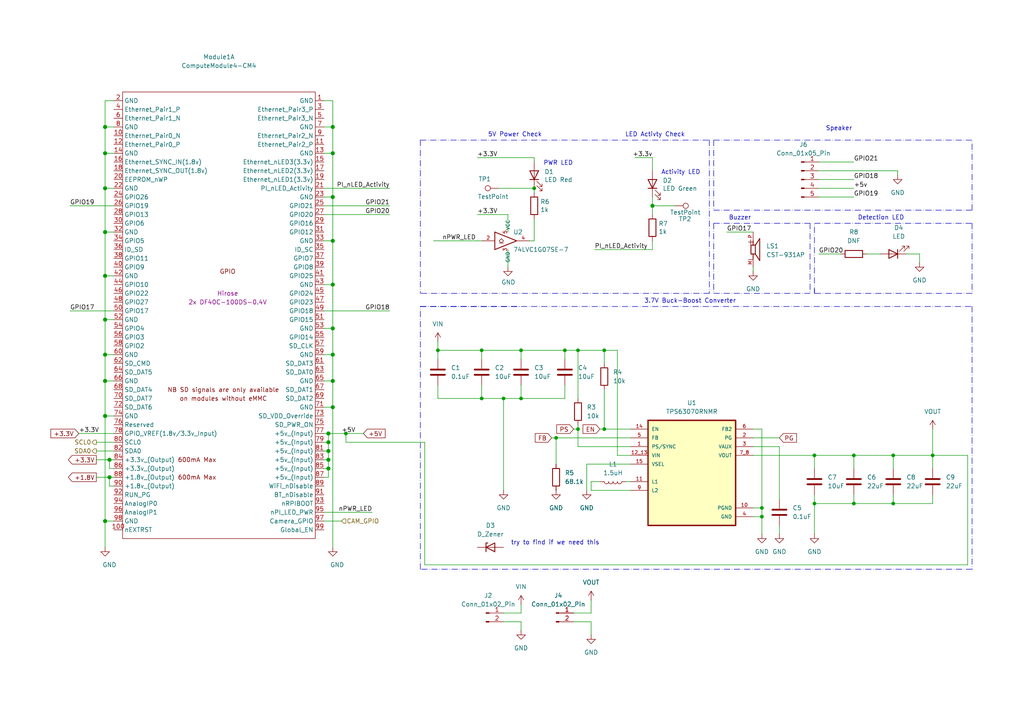
<source format=kicad_sch>
(kicad_sch (version 20231120) (generator "eeschema") (generator_version "8.0")
  (paper "A4")
  (title_block (title "Raspberry Pi Compute Module 4 AeroGuard") (date "2020-10-31") (rev "v01") (comment 4 "Author: Narain Vazquez"))
  (lib_symbols
    (symbol "CM4IO:74LVC1G07_copy"
      (property "Reference" "U" (at -2.54 3.81 0))
      (property "Value" "74LVC1G07_copy" (at 0 -3.81 0))
      (symbol "74LVC1G07_copy_1_1"
        (pin input line (at -7.62 0 0) (length 3.81) (name "~") (number "2"))
        (pin power_in line (at 0 -2.54 270) (length 0) (name "GND") (number "3"))
        (pin open_collector line (at 6.35 0 180) (length 3.81) (name "~") (number "4"))
        (pin power_in line (at 0 2.54 90) (length 0) (name "VCC") (number "5"))
      )
    )
    (symbol "CM4IO:ComputeModule4-CM4"
      (property "Reference" "Module" (at 113.03 -68.58 0))
      (property "Value" "ComputeModule4-CM4" (at 140.97 2.54 0))
      (property "Manufacturer" "Hirose" (at 0 0 0))
      (property "MPN" "2x DF40C-100DS-0.4V" (at 0 -2.54 0))
      (property "MPN (Alt)" "2x DF40HC(3.0)-100DS-0.4V" (at 0 0 0))
      (symbol "ComputeModule4-CM4_1_0"
        (text "GPIO" (at 0 6.35 0) (effects (font (size 1.27 1.27))))
      )
      (symbol "ComputeModule4-CM4_1_1"
        (text "600mA Max" (at -8.89 -53.34 0) (effects (font (size 1.27 1.27))))
        (text "600mA Max" (at -8.89 -48.26 0) (effects (font (size 1.27 1.27))))
        (text "NB SD signals are only available" (at -1.27 -27.94 0) (effects (font (size 1.27 1.27))))
        (text "on modules without eMMC" (at -1.27 -30.48 0) (effects (font (size 1.27 1.27))))
        (pin power_in line (at 27.94 55.88 180) (length 2.54) (name "GND") (number "1"))
        (pin passive line (at -33.02 45.72 0) (length 2.54) (name "Ethernet_Pair0_N") (number "10"))
        (pin output line (at -33.02 -68.58 0) (length 2.54) (name "nEXTRST") (number "100"))
        (pin passive line (at 27.94 43.18 180) (length 2.54) (name "Ethernet_Pair2_P") (number "11"))
        (pin passive line (at -33.02 43.18 0) (length 2.54) (name "Ethernet_Pair0_P") (number "12"))
        (pin power_in line (at 27.94 40.64 180) (length 2.54) (name "GND") (number "13"))
        (pin power_in line (at -33.02 40.64 0) (length 2.54) (name "GND") (number "14"))
        (pin output line (at 27.94 38.1 180) (length 2.54) (name "Ethernet_nLED3(3.3v)") (number "15"))
        (pin input line (at -33.02 38.1 0) (length 2.54) (name "Ethernet_SYNC_IN(1.8v)") (number "16"))
        (pin output line (at 27.94 35.56 180) (length 2.54) (name "Ethernet_nLED2(3.3v)") (number "17"))
        (pin input line (at -33.02 35.56 0) (length 2.54) (name "Ethernet_SYNC_OUT(1.8v)") (number "18"))
        (pin output line (at 27.94 33.02 180) (length 2.54) (name "Ethernet_nLED1(3.3v)") (number "19"))
        (pin power_in line (at -33.02 55.88 0) (length 2.54) (name "GND") (number "2"))
        (pin passive line (at -33.02 33.02 0) (length 2.54) (name "EEPROM_nWP") (number "20"))
        (pin open_collector line (at 27.94 30.48 180) (length 2.54) (name "PI_nLED_Activity") (number "21"))
        (pin power_in line (at -33.02 30.48 0) (length 2.54) (name "GND") (number "22"))
        (pin power_in line (at 27.94 27.94 180) (length 2.54) (name "GND") (number "23"))
        (pin passive line (at -33.02 27.94 0) (length 2.54) (name "GPIO26") (number "24"))
        (pin passive line (at 27.94 25.4 180) (length 2.54) (name "GPIO21") (number "25"))
        (pin passive line (at -33.02 25.4 0) (length 2.54) (name "GPIO19") (number "26"))
        (pin passive line (at 27.94 22.86 180) (length 2.54) (name "GPIO20") (number "27"))
        (pin passive line (at -33.02 22.86 0) (length 2.54) (name "GPIO13") (number "28"))
        (pin passive line (at 27.94 20.32 180) (length 2.54) (name "GPIO16") (number "29"))
        (pin passive line (at 27.94 53.34 180) (length 2.54) (name "Ethernet_Pair3_P") (number "3"))
        (pin passive line (at -33.02 20.32 0) (length 2.54) (name "GPIO6") (number "30"))
        (pin passive line (at 27.94 17.78 180) (length 2.54) (name "GPIO12") (number "31"))
        (pin power_in line (at -33.02 17.78 0) (length 2.54) (name "GND") (number "32"))
        (pin power_in line (at 27.94 15.24 180) (length 2.54) (name "GND") (number "33"))
        (pin passive line (at -33.02 15.24 0) (length 2.54) (name "GPIO5") (number "34"))
        (pin passive line (at 27.94 12.7 180) (length 2.54) (name "ID_SC") (number "35"))
        (pin passive line (at -33.02 12.7 0) (length 2.54) (name "ID_SD") (number "36"))
        (pin passive line (at 27.94 10.16 180) (length 2.54) (name "GPIO7") (number "37"))
        (pin passive line (at -33.02 10.16 0) (length 2.54) (name "GPIO11") (number "38"))
        (pin passive line (at 27.94 7.62 180) (length 2.54) (name "GPIO8") (number "39"))
        (pin passive line (at -33.02 53.34 0) (length 2.54) (name "Ethernet_Pair1_P") (number "4"))
        (pin passive line (at -33.02 7.62 0) (length 2.54) (name "GPIO9") (number "40"))
        (pin passive line (at 27.94 5.08 180) (length 2.54) (name "GPIO25") (number "41"))
        (pin power_in line (at -33.02 5.08 0) (length 2.54) (name "GND") (number "42"))
        (pin power_in line (at 27.94 2.54 180) (length 2.54) (name "GND") (number "43"))
        (pin passive line (at -33.02 2.54 0) (length 2.54) (name "GPIO10") (number "44"))
        (pin passive line (at 27.94 0 180) (length 2.54) (name "GPIO24") (number "45"))
        (pin passive line (at -33.02 0 0) (length 2.54) (name "GPIO22") (number "46"))
        (pin passive line (at 27.94 -2.54 180) (length 2.54) (name "GPIO23") (number "47"))
        (pin passive line (at -33.02 -2.54 0) (length 2.54) (name "GPIO27") (number "48"))
        (pin passive line (at 27.94 -5.08 180) (length 2.54) (name "GPIO18") (number "49"))
        (pin passive line (at 27.94 50.8 180) (length 2.54) (name "Ethernet_Pair3_N") (number "5"))
        (pin passive line (at -33.02 -5.08 0) (length 2.54) (name "GPIO17") (number "50"))
        (pin passive line (at 27.94 -7.62 180) (length 2.54) (name "GPIO15") (number "51"))
        (pin power_in line (at -33.02 -7.62 0) (length 2.54) (name "GND") (number "52"))
        (pin power_in line (at 27.94 -10.16 180) (length 2.54) (name "GND") (number "53"))
        (pin passive line (at -33.02 -10.16 0) (length 2.54) (name "GPIO4") (number "54"))
        (pin passive line (at 27.94 -12.7 180) (length 2.54) (name "GPIO14") (number "55"))
        (pin passive line (at -33.02 -12.7 0) (length 2.54) (name "GPIO3") (number "56"))
        (pin passive line (at 27.94 -15.24 180) (length 2.54) (name "SD_CLK") (number "57"))
        (pin passive line (at -33.02 -15.24 0) (length 2.54) (name "GPIO2") (number "58"))
        (pin power_in line (at 27.94 -17.78 180) (length 2.54) (name "GND") (number "59"))
        (pin passive line (at -33.02 50.8 0) (length 2.54) (name "Ethernet_Pair1_N") (number "6"))
        (pin power_in line (at -33.02 -17.78 0) (length 2.54) (name "GND") (number "60"))
        (pin passive line (at 27.94 -20.32 180) (length 2.54) (name "SD_DAT3") (number "61"))
        (pin passive line (at -33.02 -20.32 0) (length 2.54) (name "SD_CMD") (number "62"))
        (pin passive line (at 27.94 -22.86 180) (length 2.54) (name "SD_DAT0") (number "63"))
        (pin passive line (at -33.02 -22.86 0) (length 2.54) (name "SD_DAT5") (number "64"))
        (pin power_in line (at 27.94 -25.4 180) (length 2.54) (name "GND") (number "65"))
        (pin power_in line (at -33.02 -25.4 0) (length 2.54) (name "GND") (number "66"))
        (pin passive line (at 27.94 -27.94 180) (length 2.54) (name "SD_DAT1") (number "67"))
        (pin passive line (at -33.02 -27.94 0) (length 2.54) (name "SD_DAT4") (number "68"))
        (pin passive line (at 27.94 -30.48 180) (length 2.54) (name "SD_DAT2") (number "69"))
        (pin power_in line (at 27.94 48.26 180) (length 2.54) (name "GND") (number "7"))
        (pin passive line (at -33.02 -30.48 0) (length 2.54) (name "SD_DAT7") (number "70"))
        (pin power_in line (at 27.94 -33.02 180) (length 2.54) (name "GND") (number "71"))
        (pin passive line (at -33.02 -33.02 0) (length 2.54) (name "SD_DAT6") (number "72"))
        (pin input line (at 27.94 -35.56 180) (length 2.54) (name "SD_VDD_Override") (number "73"))
        (pin power_in line (at -33.02 -35.56 0) (length 2.54) (name "GND") (number "74"))
        (pin output line (at 27.94 -38.1 180) (length 2.54) (name "SD_PWR_ON") (number "75"))
        (pin passive line (at -33.02 -38.1 0) (length 2.54) (name "Reserved") (number "76"))
        (pin power_in line (at 27.94 -40.64 180) (length 2.54) (name "+5v_(Input)") (number "77"))
        (pin power_in line (at -33.02 -40.64 0) (length 2.54) (name "GPIO_VREF(1.8v/3.3v_Input)") (number "78"))
        (pin power_in line (at 27.94 -43.18 180) (length 2.54) (name "+5v_(Input)") (number "79"))
        (pin power_in line (at -33.02 48.26 0) (length 2.54) (name "GND") (number "8"))
        (pin passive line (at -33.02 -43.18 0) (length 2.54) (name "SCL0") (number "80"))
        (pin power_in line (at 27.94 -45.72 180) (length 2.54) (name "+5v_(Input)") (number "81"))
        (pin passive line (at -33.02 -45.72 0) (length 2.54) (name "SDA0") (number "82"))
        (pin power_in line (at 27.94 -48.26 180) (length 2.54) (name "+5v_(Input)") (number "83"))
        (pin power_out line (at -33.02 -48.26 0) (length 2.54) (name "+3.3v_(Output)") (number "84"))
        (pin power_in line (at 27.94 -50.8 180) (length 2.54) (name "+5v_(Input)") (number "85"))
        (pin power_out line (at -33.02 -50.8 0) (length 2.54) (name "+3.3v_(Output)") (number "86"))
        (pin power_in line (at 27.94 -53.34 180) (length 2.54) (name "+5v_(Input)") (number "87"))
        (pin power_out line (at -33.02 -53.34 0) (length 2.54) (name "+1.8v_(Output)") (number "88"))
        (pin power_in line (at 27.94 -55.88 180) (length 2.54) (name "WiFi_nDisable") (number "89"))
        (pin passive line (at 27.94 45.72 180) (length 2.54) (name "Ethernet_Pair2_N") (number "9"))
        (pin power_out line (at -33.02 -55.88 0) (length 2.54) (name "+1.8v_(Output)") (number "90"))
        (pin power_in line (at 27.94 -58.42 180) (length 2.54) (name "BT_nDisable") (number "91"))
        (pin passive line (at -33.02 -58.42 0) (length 2.54) (name "RUN_PG") (number "92"))
        (pin input line (at 27.94 -60.96 180) (length 2.54) (name "nRPIBOOT") (number "93"))
        (pin passive line (at -33.02 -60.96 0) (length 2.54) (name "AnalogIP0") (number "94"))
        (pin output line (at 27.94 -63.5 180) (length 2.54) (name "nPI_LED_PWR") (number "95"))
        (pin passive line (at -33.02 -63.5 0) (length 2.54) (name "AnalogIP1") (number "96"))
        (pin passive line (at 27.94 -66.04 180) (length 2.54) (name "Camera_GPIO") (number "97"))
        (pin power_in line (at -33.02 -66.04 0) (length 2.54) (name "GND") (number "98"))
        (pin input line (at 27.94 -68.58 180) (length 2.54) (name "Global_EN") (number "99"))
      )
      (symbol "ComputeModule4-CM4_2_1"
        (text "High Speed Serial" (at 140.97 0 0) (effects (font (size 1.27 1.27))))
        (pin input line (at 170.18 60.96 180) (length 5.08) (name "USB_OTG_ID") (number "101"))
        (pin input line (at 109.22 60.96 0) (length 5.08) (name "PCIe_CLK_nREQ") (number "102"))
        (pin passive line (at 170.18 58.42 180) (length 5.08) (name "USB2_N") (number "103"))
        (pin passive line (at 109.22 58.42 0) (length 5.08) (name "Reserved") (number "104"))
        (pin passive line (at 170.18 55.88 180) (length 5.08) (name "USB2_P") (number "105"))
        (pin passive line (at 109.22 55.88 0) (length 5.08) (name "Reserved") (number "106"))
        (pin power_in line (at 170.18 53.34 180) (length 5.08) (name "GND") (number "107"))
        (pin power_in line (at 109.22 53.34 0) (length 5.08) (name "GND") (number "108"))
        (pin bidirectional line (at 170.18 50.8 180) (length 5.08) (name "PCIe_nRST") (number "109"))
        (pin output line (at 109.22 50.8 0) (length 5.08) (name "PCIe_CLK_P") (number "110"))
        (pin passive line (at 170.18 48.26 180) (length 5.08) (name "VDAC_COMP") (number "111"))
        (pin output line (at 109.22 48.26 0) (length 5.08) (name "PCIe_CLK_N") (number "112"))
        (pin power_in line (at 170.18 45.72 180) (length 5.08) (name "GND") (number "113"))
        (pin power_in line (at 109.22 45.72 0) (length 5.08) (name "GND") (number "114"))
        (pin input line (at 170.18 43.18 180) (length 5.08) (name "CAM1_D0_N") (number "115"))
        (pin input line (at 109.22 43.18 0) (length 5.08) (name "PCIe_RX_P") (number "116"))
        (pin input line (at 170.18 40.64 180) (length 5.08) (name "CAM1_D0_P") (number "117"))
        (pin input line (at 109.22 40.64 0) (length 5.08) (name "PCIe_RX_N") (number "118"))
        (pin power_in line (at 170.18 38.1 180) (length 5.08) (name "GND") (number "119"))
        (pin power_in line (at 109.22 38.1 0) (length 5.08) (name "GND") (number "120"))
        (pin input line (at 170.18 35.56 180) (length 5.08) (name "CAM1_D1_N") (number "121"))
        (pin output line (at 109.22 35.56 0) (length 5.08) (name "PCIe_TX_P") (number "122"))
        (pin input line (at 170.18 33.02 180) (length 5.08) (name "CAM1_D1_P") (number "123"))
        (pin output line (at 109.22 33.02 0) (length 5.08) (name "PCIe_TX_N") (number "124"))
        (pin power_in line (at 170.18 30.48 180) (length 5.08) (name "GND") (number "125"))
        (pin power_in line (at 109.22 30.48 0) (length 5.08) (name "GND") (number "126"))
        (pin input line (at 170.18 27.94 180) (length 5.08) (name "CAM1_C_N") (number "127"))
        (pin input line (at 109.22 27.94 0) (length 5.08) (name "CAM0_D0_N") (number "128"))
        (pin input line (at 170.18 25.4 180) (length 5.08) (name "CAM1_C_P") (number "129"))
        (pin input line (at 109.22 25.4 0) (length 5.08) (name "CAM0_D0_P") (number "130"))
        (pin power_in line (at 170.18 22.86 180) (length 5.08) (name "GND") (number "131"))
        (pin power_in line (at 109.22 22.86 0) (length 5.08) (name "GND") (number "132"))
        (pin input line (at 170.18 20.32 180) (length 5.08) (name "CAM1_D2_N") (number "133"))
        (pin input line (at 109.22 20.32 0) (length 5.08) (name "CAM0_D1_N") (number "134"))
        (pin input line (at 170.18 17.78 180) (length 5.08) (name "CAM1_D2_P") (number "135"))
        (pin input line (at 109.22 17.78 0) (length 5.08) (name "CAM0_D1_P") (number "136"))
        (pin power_in line (at 170.18 15.24 180) (length 5.08) (name "GND") (number "137"))
        (pin power_in line (at 109.22 15.24 0) (length 5.08) (name "GND") (number "138"))
        (pin input line (at 170.18 12.7 180) (length 5.08) (name "CAM1_D3_N") (number "139"))
        (pin input line (at 109.22 12.7 0) (length 5.08) (name "CAM0_C_N") (number "140"))
        (pin input line (at 170.18 10.16 180) (length 5.08) (name "CAM1_D3_P") (number "141"))
        (pin input line (at 109.22 10.16 0) (length 5.08) (name "CAM0_C_P") (number "142"))
        (pin input line (at 170.18 7.62 180) (length 5.08) (name "HDMI1_HOTPLUG") (number "143"))
        (pin power_in line (at 109.22 7.62 0) (length 5.08) (name "GND") (number "144"))
        (pin bidirectional line (at 170.18 5.08 180) (length 5.08) (name "HDMI1_SDA") (number "145"))
        (pin output line (at 109.22 5.08 0) (length 5.08) (name "HDMI1_TX2_P") (number "146"))
        (pin open_collector line (at 170.18 2.54 180) (length 5.08) (name "HDMI1_SCL") (number "147"))
        (pin output line (at 109.22 2.54 0) (length 5.08) (name "HDMI1_TX2_N") (number "148"))
        (pin open_collector line (at 170.18 0 180) (length 5.08) (name "HDMI1_CEC") (number "149"))
        (pin power_in line (at 109.22 0 0) (length 5.08) (name "GND") (number "150"))
        (pin open_collector line (at 170.18 -2.54 180) (length 5.08) (name "HDMI0_CEC") (number "151"))
        (pin output line (at 109.22 -2.54 0) (length 5.08) (name "HDMI1_TX1_P") (number "152"))
        (pin input line (at 170.18 -5.08 180) (length 5.08) (name "HDMI0_HOTPLUG") (number "153"))
        (pin output line (at 109.22 -5.08 0) (length 5.08) (name "HDMI1_TX1_N") (number "154"))
        (pin power_in line (at 170.18 -7.62 180) (length 5.08) (name "GND") (number "155"))
        (pin power_in line (at 109.22 -7.62 0) (length 5.08) (name "GND") (number "156"))
        (pin output line (at 170.18 -10.16 180) (length 5.08) (name "DSI0_D0_N") (number "157"))
        (pin output line (at 109.22 -10.16 0) (length 5.08) (name "HDMI1_TX0_P") (number "158"))
        (pin output line (at 170.18 -12.7 180) (length 5.08) (name "DSI0_D0_P") (number "159"))
        (pin output line (at 109.22 -12.7 0) (length 5.08) (name "HDMI1_TX0_N") (number "160"))
        (pin power_in line (at 170.18 -15.24 180) (length 5.08) (name "GND") (number "161"))
        (pin power_in line (at 109.22 -15.24 0) (length 5.08) (name "GND") (number "162"))
        (pin output line (at 170.18 -17.78 180) (length 5.08) (name "DSI0_D1_N") (number "163"))
        (pin output line (at 109.22 -17.78 0) (length 5.08) (name "HDMI1_CLK_P") (number "164"))
        (pin output line (at 170.18 -20.32 180) (length 5.08) (name "DSI0_D1_P") (number "165"))
        (pin output line (at 109.22 -20.32 0) (length 5.08) (name "HDMI1_CLK_N") (number "166"))
        (pin power_in line (at 170.18 -22.86 180) (length 5.08) (name "GND") (number "167"))
        (pin power_in line (at 109.22 -22.86 0) (length 5.08) (name "GND") (number "168"))
        (pin output line (at 170.18 -25.4 180) (length 5.08) (name "DSI0_C_N") (number "169"))
        (pin output line (at 109.22 -25.4 0) (length 5.08) (name "HDMI0_TX2_P") (number "170"))
        (pin output line (at 170.18 -27.94 180) (length 5.08) (name "DSI0_C_P") (number "171"))
        (pin output line (at 109.22 -27.94 0) (length 5.08) (name "HDMI0_TX2_N") (number "172"))
        (pin power_in line (at 170.18 -30.48 180) (length 5.08) (name "GND") (number "173"))
        (pin power_in line (at 109.22 -30.48 0) (length 5.08) (name "GND") (number "174"))
        (pin output line (at 170.18 -33.02 180) (length 5.08) (name "DSI1_D0_N") (number "175"))
        (pin output line (at 109.22 -33.02 0) (length 5.08) (name "HDMI0_TX1_P") (number "176"))
        (pin output line (at 170.18 -35.56 180) (length 5.08) (name "DSI1_D0_P") (number "177"))
        (pin output line (at 109.22 -35.56 0) (length 5.08) (name "HDMI0_TX1_N") (number "178"))
        (pin power_in line (at 170.18 -38.1 180) (length 5.08) (name "GND") (number "179"))
        (pin power_in line (at 109.22 -38.1 0) (length 5.08) (name "GND") (number "180"))
        (pin output line (at 170.18 -40.64 180) (length 5.08) (name "DSI1_D1_N") (number "181"))
        (pin output line (at 109.22 -40.64 0) (length 5.08) (name "HDMI0_TX0_P") (number "182"))
        (pin output line (at 170.18 -43.18 180) (length 5.08) (name "DSI1_D1_P") (number "183"))
        (pin output line (at 109.22 -43.18 0) (length 5.08) (name "HDMI0_TX0_N") (number "184"))
        (pin power_in line (at 170.18 -45.72 180) (length 5.08) (name "GND") (number "185"))
        (pin power_in line (at 109.22 -45.72 0) (length 5.08) (name "GND") (number "186"))
        (pin output line (at 170.18 -48.26 180) (length 5.08) (name "DSI1_C_N") (number "187"))
        (pin output line (at 109.22 -48.26 0) (length 5.08) (name "HDMI0_CLK_P") (number "188"))
        (pin output line (at 170.18 -50.8 180) (length 5.08) (name "DSI1_C_P") (number "189"))
        (pin output line (at 109.22 -50.8 0) (length 5.08) (name "HDMI0_CLK_N") (number "190"))
        (pin power_in line (at 170.18 -53.34 180) (length 5.08) (name "GND") (number "191"))
        (pin power_in line (at 109.22 -53.34 0) (length 5.08) (name "GND") (number "192"))
        (pin output line (at 170.18 -55.88 180) (length 5.08) (name "DSI1_D2_N") (number "193"))
        (pin output line (at 109.22 -55.88 0) (length 5.08) (name "DSI1_D3_N") (number "194"))
        (pin output line (at 170.18 -58.42 180) (length 5.08) (name "DSI1_D2_P") (number "195"))
        (pin output line (at 109.22 -58.42 0) (length 5.08) (name "DSI1_D3_P") (number "196"))
        (pin power_in line (at 170.18 -60.96 180) (length 5.08) (name "GND") (number "197"))
        (pin power_in line (at 109.22 -60.96 0) (length 5.08) (name "GND") (number "198"))
        (pin bidirectional line (at 170.18 -63.5 180) (length 5.08) (name "HDMI0_SDA") (number "199"))
        (pin open_collector line (at 109.22 -63.5 0) (length 5.08) (name "HDMI0_SCL") (number "200"))
      )
    )
    (symbol "CST-931AP:CST-931AP" (pin_names (offset 1.016))
      (property "Reference" "LS" (at -3.8191 8.9113 0))
      (property "Value" "CST-931AP" (at -3.8215 -11.4646 0))
      (symbol "CST-931AP_0_0"
        (text "+" (at -1.9113 1.2742 0) (effects (font (size 1.7839 1.7839)) (justify left bottom)))
        (text "-" (at -1.9113 -3.8143 0) (effects (font (size 1.7839 1.7839)) (justify left bottom)))
        (pin passive line (at 0 -5.08 90) (length 2.54) (name "~") (number "M"))
        (pin passive line (at 0 5.08 270) (length 2.54) (name "~") (number "P"))
      )
    )
    (symbol "Connector:Conn_01x02_Pin" (pin_names (offset 1.016) hide)
      (property "Reference" "J" (at 0 2.54 0))
      (property "Value" "Conn_01x02_Pin" (at 0 -5.08 0))
      (symbol "Conn_01x02_Pin_1_1"
        (pin passive line (at 5.08 0 180) (length 3.81) (name "Pin_1") (number "1"))
        (pin passive line (at 5.08 -2.54 180) (length 3.81) (name "Pin_2") (number "2"))
      )
    )
    (symbol "Connector:Conn_01x05_Pin" (pin_names (offset 1.016) hide)
      (property "Reference" "J" (at 0 7.62 0))
      (property "Value" "Conn_01x05_Pin" (at 0 -7.62 0))
      (symbol "Conn_01x05_Pin_1_1"
        (pin passive line (at 5.08 5.08 180) (length 3.81) (name "Pin_1") (number "1"))
        (pin passive line (at 5.08 2.54 180) (length 3.81) (name "Pin_2") (number "2"))
        (pin passive line (at 5.08 0 180) (length 3.81) (name "Pin_3") (number "3"))
        (pin passive line (at 5.08 -2.54 180) (length 3.81) (name "Pin_4") (number "4"))
        (pin passive line (at 5.08 -5.08 180) (length 3.81) (name "Pin_5") (number "5"))
      )
    )
    (symbol "Connector:TestPoint" (pin_numbers hide) (pin_names (offset 0.762) hide)
      (property "Reference" "TP" (at 0 6.858 0))
      (property "Value" "TestPoint" (at 0 5.08 0))
      (symbol "TestPoint_1_1"
        (pin passive line (at 0 0 90) (length 2.54) (name "1") (number "1"))
      )
    )
    (symbol "Device:C" (pin_numbers hide) (pin_names (offset 0.254))
      (property "Reference" "C" (at 0.635 2.54 0))
      (property "Value" "C" (at 0.635 -2.54 0))
      (symbol "C_1_1"
        (pin passive line (at 0 3.81 270) (length 2.794) (name "~") (number "1"))
        (pin passive line (at 0 -3.81 90) (length 2.794) (name "~") (number "2"))
      )
    )
    (symbol "Device:D_Zener" (pin_numbers hide) (pin_names (offset 1.016) hide)
      (property "Reference" "D" (at 0 2.54 0))
      (property "Value" "D_Zener" (at 0 -2.54 0))
      (symbol "D_Zener_1_1"
        (pin passive line (at -3.81 0 0) (length 2.54) (name "K") (number "1"))
        (pin passive line (at 3.81 0 180) (length 2.54) (name "A") (number "2"))
      )
    )
    (symbol "Device:L" (pin_numbers hide) (pin_names (offset 1.016) hide)
      (property "Reference" "L" (at -1.27 0 90))
      (property "Value" "L" (at 1.905 0 90))
      (symbol "L_1_1"
        (pin passive line (at 0 3.81 270) (length 1.27) (name "1") (number "1"))
        (pin passive line (at 0 -3.81 90) (length 1.27) (name "2") (number "2"))
      )
    )
    (symbol "Device:LED" (pin_numbers hide) (pin_names hide)
      (property "Reference" "D" (at 0 2.54 0))
      (property "Value" "LED" (at 0 -2.54 0))
      (symbol "LED_1_1"
        (pin passive line (at -3.81 0 0) (length 2.54) (name "K") (number "1"))
        (pin passive line (at 3.81 0 180) (length 2.54) (name "A") (number "2"))
      )
    )
    (symbol "Device:R" (pin_numbers hide) (pin_names (offset 0))
      (property "Reference" "R" (at 2.032 0 90))
      (property "Value" "R" (at 0 0 90))
      (symbol "R_1_1"
        (pin passive line (at 0 3.81 270) (length 1.27) (name "~") (number "1"))
        (pin passive line (at 0 -3.81 90) (length 1.27) (name "~") (number "2"))
      )
    )
    (symbol "GND_1" (power) (pin_numbers hide) (pin_names (offset 0) hide)
      (property "Value" "GND" (at 0 -3.81 0))
      (symbol "GND_1_1_1"
        (pin power_in line (at 0 0 270) (length 0) (name "~") (number "1"))
      )
    )
    (symbol "GND_2" (power) (pin_numbers hide) (pin_names (offset 0) hide)
      (property "Value" "GND" (at 0 -3.81 0))
      (symbol "GND_2_1_1"
        (pin power_in line (at 0 0 270) (length 0) (name "~") (number "1"))
      )
    )
    (symbol "LED_1" (pin_numbers hide) (pin_names (offset 1.016) hide)
      (property "Reference" "D" (at 0 2.54 0))
      (property "Value" "LED" (at 0 -2.54 0))
      (symbol "LED_1_1_1"
        (pin passive line (at -3.81 0 0) (length 2.54) (name "K") (number "1"))
        (pin passive line (at 3.81 0 180) (length 2.54) (name "A") (number "2"))
      )
    )
    (symbol "buckboost:TPS63070RNMR" (pin_names (offset 1.016))
      (property "Reference" "U" (at -12.7 16.24 0))
      (property "Value" "TPS63070RNMR" (at -12.7 -19.24 0))
      (symbol "TPS63070RNMR_0_0"
        (pin input line (at -17.78 7.62 0) (length 5.08) (name "PS/SYNC") (number "1"))
        (pin power_in line (at 17.78 -10.16 180) (length 5.08) (name "PGND") (number "10"))
        (pin bidirectional line (at -17.78 -2.54 0) (length 5.08) (name "L1") (number "11"))
        (pin input line (at -17.78 5.08 0) (length 5.08) (name "VIN") (number "12_13"))
        (pin input line (at -17.78 12.7 0) (length 5.08) (name "EN") (number "14"))
        (pin input line (at -17.78 2.54 0) (length 5.08) (name "VSEL") (number "15"))
        (pin output line (at 17.78 10.16 180) (length 5.08) (name "PG") (number "2"))
        (pin output line (at 17.78 7.62 180) (length 5.08) (name "VAUX") (number "3"))
        (pin power_in line (at 17.78 -12.7 180) (length 5.08) (name "GND") (number "4"))
        (pin input line (at -17.78 10.16 0) (length 5.08) (name "FB") (number "5"))
        (pin output line (at 17.78 12.7 180) (length 5.08) (name "FB2") (number "6"))
        (pin output line (at 17.78 5.08 180) (length 5.08) (name "VOUT") (number "7_8"))
        (pin bidirectional line (at -17.78 -5.08 0) (length 5.08) (name "L2") (number "9"))
      )
    )
    (symbol "power:GND" (power) (pin_names (offset 0))
      (property "Value" "GND" (at 0 -3.81 0))
      (symbol "GND_1_1"
        (pin power_in line (at 0 0 270) (length 0) hide (name "GND") (number "1"))
      )
    )
    (symbol "power:VDD" (power) (pin_numbers hide) (pin_names (offset 0) hide)
      (property "Value" "VDD" (at 0 3.556 0))
      (symbol "VDD_1_1"
        (pin power_in line (at 0 0 90) (length 0) (name "~") (number "1"))
      )
    )
  )
  (junction (at 95.25 125.73) (diameter 1.016))
  (junction (at 270.51 132.08))
  (junction (at 30.48 92.71) (diameter 1.016))
  (junction (at 95.25 128.27) (diameter 1.016))
  (junction (at 189.23 59.69) (diameter 1.016))
  (junction (at 139.7 101.6))
  (junction (at 167.64 101.6))
  (junction (at 139.7 115.57))
  (junction (at 96.52 118.11) (diameter 1.016))
  (junction (at 30.48 120.65) (diameter 1.016))
  (junction (at 161.29 127))
  (junction (at 30.48 80.01) (diameter 1.016))
  (junction (at 175.26 124.46))
  (junction (at 30.48 44.45) (diameter 1.016))
  (junction (at 151.13 115.57))
  (junction (at 151.13 101.6))
  (junction (at 30.48 54.61) (diameter 1.016))
  (junction (at 96.52 82.55) (diameter 1.016))
  (junction (at 95.25 135.89) (diameter 1.016))
  (junction (at 96.52 110.49) (diameter 1.016))
  (junction (at 167.64 124.46))
  (junction (at 146.05 115.57))
  (junction (at 96.52 36.83) (diameter 1.016))
  (junction (at 31.75 133.35) (diameter 1.016))
  (junction (at 31.75 138.43) (diameter 1.016))
  (junction (at 220.98 147.32))
  (junction (at 30.48 67.31) (diameter 1.016))
  (junction (at 95.25 130.81) (diameter 1.016))
  (junction (at 30.48 36.83) (diameter 1.016))
  (junction (at 259.08 146.05))
  (junction (at 30.48 151.13) (diameter 1.016))
  (junction (at 100.33 125.73))
  (junction (at 220.98 149.86))
  (junction (at 247.65 146.05))
  (junction (at 96.52 69.85) (diameter 1.016))
  (junction (at 236.22 132.08))
  (junction (at 154.94 54.61))
  (junction (at 127 101.6))
  (junction (at 247.65 132.08))
  (junction (at 96.52 95.25) (diameter 1.016))
  (junction (at 96.52 57.15) (diameter 1.016))
  (junction (at 95.25 133.35) (diameter 1.016))
  (junction (at 259.08 132.08))
  (junction (at 175.26 101.6))
  (junction (at 30.48 110.49) (diameter 1.016))
  (junction (at 96.52 102.87) (diameter 1.016))
  (junction (at 30.48 102.87) (diameter 1.016))
  (junction (at 163.83 101.6))
  (junction (at 96.52 44.45) (diameter 1.016))
  (junction (at 236.22 146.05))
  (wire (pts (xy 167.64 129.54) (xy 182.88 129.54)))
  (wire (pts (xy 218.44 147.32) (xy 220.98 147.32)))
  (wire (pts (xy 247.65 146.05) (xy 259.08 146.05)))
  (wire (pts (xy 236.22 146.05) (xy 247.65 146.05)))
  (polyline (pts (xy 121.92 165.1) (xy 121.92 88.9)) (stroke (width 0) (type dash_dot)))
  (polyline (pts (xy 207.01 40.64) (xy 207.01 60.96)) (stroke (width 0) (type dash_dot)))
  (polyline (pts (xy 236.22 64.77) (xy 281.94 64.77)) (stroke (width 0) (type dash_dot)))
  (wire (pts (xy 146.05 115.57) (xy 146.05 142.24)))
  (wire (pts (xy 96.52 29.21) (xy 96.52 36.83)))
  (wire (pts (xy 154.94 63.5) (xy 154.94 69.85)))
  (wire (pts (xy 96.52 36.83) (xy 96.52 44.45)))
  (wire (pts (xy 167.64 101.6) (xy 175.26 101.6)))
  (wire (pts (xy 20.32 59.69) (xy 33.02 59.69)))
  (wire (pts (xy 30.48 80.01) (xy 33.02 80.01)))
  (wire (pts (xy 236.22 135.89) (xy 236.22 132.08)))
  (wire (pts (xy 30.48 44.45) (xy 30.48 54.61)))
  (wire (pts (xy 147.32 72.39) (xy 147.32 77.47)))
  (polyline (pts (xy 121.92 40.64) (xy 121.92 85.09)) (stroke (width 0) (type dash_dot)))
  (polyline (pts (xy 207.01 64.77) (xy 207.01 85.09)) (stroke (width 0) (type dash_dot)))
  (wire (pts (xy 93.98 95.25) (xy 96.52 95.25)))
  (wire (pts (xy 171.45 142.24) (xy 182.88 142.24)))
  (wire (pts (xy 93.98 62.23) (xy 113.03 62.23)))
  (wire (pts (xy 151.13 111.76) (xy 151.13 115.57)))
  (wire (pts (xy 236.22 143.51) (xy 236.22 146.05)))
  (polyline (pts (xy 121.92 88.9) (xy 151.13 88.9)) (stroke (width 0) (type dash_dot)))
  (wire (pts (xy 144.78 54.61) (xy 154.94 54.61)))
  (wire (pts (xy 27.94 128.27) (xy 33.02 128.27)))
  (wire (pts (xy 259.08 132.08) (xy 270.51 132.08)))
  (wire (pts (xy 93.98 148.59) (xy 107.95 148.59)))
  (wire (pts (xy 96.52 95.25) (xy 96.52 102.87)))
  (wire (pts (xy 270.51 124.46) (xy 270.51 132.08)))
  (wire (pts (xy 96.52 118.11) (xy 96.52 158.75)))
  (wire (pts (xy 151.13 101.6) (xy 163.83 101.6)))
  (wire (pts (xy 189.23 62.23) (xy 189.23 59.69)))
  (wire (pts (xy 175.26 124.46) (xy 175.26 113.03)))
  (polyline (pts (xy 236.22 83.82) (xy 236.22 85.09)) (stroke (width 0) (type dash_dot)))
  (polyline (pts (xy 121.92 40.64) (xy 205.74 40.64)) (stroke (width 0) (type dash_dot)))
  (wire (pts (xy 166.37 124.46) (xy 167.64 124.46)))
  (wire (pts (xy 96.52 82.55) (xy 96.52 95.25)))
  (wire (pts (xy 93.98 110.49) (xy 96.52 110.49)))
  (wire (pts (xy 139.7 111.76) (xy 139.7 115.57)))
  (wire (pts (xy 166.37 180.34) (xy 171.45 180.34)))
  (wire (pts (xy 93.98 130.81) (xy 95.25 130.81)))
  (wire (pts (xy 154.94 54.61) (xy 154.94 55.88)))
  (wire (pts (xy 96.52 110.49) (xy 96.52 118.11)))
  (wire (pts (xy 93.98 133.35) (xy 95.25 133.35)))
  (wire (pts (xy 146.05 115.57) (xy 151.13 115.57)))
  (wire (pts (xy 27.94 133.35) (xy 31.75 133.35)))
  (wire (pts (xy 127 101.6) (xy 139.7 101.6)))
  (wire (pts (xy 30.48 102.87) (xy 30.48 110.49)))
  (wire (pts (xy 30.48 110.49) (xy 33.02 110.49)))
  (wire (pts (xy 33.02 135.89) (xy 31.75 135.89)))
  (wire (pts (xy 179.07 132.08) (xy 182.88 132.08)))
  (wire (pts (xy 218.44 132.08) (xy 236.22 132.08)))
  (wire (pts (xy 171.45 177.8) (xy 171.45 173.99)))
  (wire (pts (xy 31.75 140.97) (xy 31.75 138.43)))
  (wire (pts (xy 125.73 69.85) (xy 139.7 69.85)))
  (wire (pts (xy 262.89 73.66) (xy 266.7 73.66)))
  (wire (pts (xy 30.48 120.65) (xy 33.02 120.65)))
  (wire (pts (xy 247.65 132.08) (xy 247.65 135.89)))
  (wire (pts (xy 93.98 151.13) (xy 99.06 151.13)))
  (wire (pts (xy 93.98 128.27) (xy 95.25 128.27)))
  (polyline (pts (xy 236.22 85.09) (xy 236.22 64.77)) (stroke (width 0) (type dash_dot)))
  (wire (pts (xy 95.25 125.73) (xy 100.33 125.73)))
  (wire (pts (xy 163.83 115.57) (xy 163.83 111.76)))
  (wire (pts (xy 30.48 54.61) (xy 30.48 67.31)))
  (wire (pts (xy 220.98 124.46) (xy 220.98 147.32)))
  (wire (pts (xy 30.48 102.87) (xy 33.02 102.87)))
  (wire (pts (xy 96.52 57.15) (xy 96.52 69.85)))
  (wire (pts (xy 93.98 82.55) (xy 96.52 82.55)))
  (wire (pts (xy 175.26 101.6) (xy 175.26 105.41)))
  (wire (pts (xy 151.13 180.34) (xy 151.13 182.88)))
  (wire (pts (xy 151.13 101.6) (xy 151.13 104.14)))
  (wire (pts (xy 220.98 147.32) (xy 220.98 149.86)))
  (wire (pts (xy 93.98 44.45) (xy 96.52 44.45)))
  (wire (pts (xy 151.13 175.26) (xy 151.13 177.8)))
  (wire (pts (xy 270.51 132.08) (xy 270.51 135.89)))
  (wire (pts (xy 237.49 73.66) (xy 243.84 73.66)))
  (wire (pts (xy 30.48 36.83) (xy 30.48 44.45)))
  (wire (pts (xy 160.02 127) (xy 161.29 127)))
  (wire (pts (xy 30.48 151.13) (xy 33.02 151.13)))
  (wire (pts (xy 161.29 127) (xy 182.88 127)))
  (wire (pts (xy 179.07 101.6) (xy 179.07 132.08)))
  (wire (pts (xy 189.23 72.39) (xy 189.23 69.85)))
  (wire (pts (xy 247.65 146.05) (xy 247.65 143.51)))
  (wire (pts (xy 260.35 49.53) (xy 260.35 50.8)))
  (polyline (pts (xy 281.94 88.9) (xy 281.94 165.1)) (stroke (width 0) (type dash_dot)))
  (wire (pts (xy 95.25 135.89) (xy 95.25 133.35)))
  (wire (pts (xy 33.02 29.21) (xy 30.48 29.21)))
  (wire (pts (xy 93.98 57.15) (xy 96.52 57.15)))
  (wire (pts (xy 146.05 180.34) (xy 151.13 180.34)))
  (wire (pts (xy 30.48 67.31) (xy 30.48 80.01)))
  (wire (pts (xy 237.49 49.53) (xy 260.35 49.53)))
  (wire (pts (xy 93.98 29.21) (xy 96.52 29.21)))
  (wire (pts (xy 30.48 92.71) (xy 33.02 92.71)))
  (wire (pts (xy 30.48 44.45) (xy 33.02 44.45)))
  (wire (pts (xy 93.98 36.83) (xy 96.52 36.83)))
  (wire (pts (xy 171.45 139.7) (xy 171.45 142.24)))
  (wire (pts (xy 218.44 129.54) (xy 226.06 129.54)))
  (wire (pts (xy 95.25 130.81) (xy 95.25 128.27)))
  (polyline (pts (xy 281.94 85.09) (xy 236.22 85.09)) (stroke (width 0) (type dash_dot)))
  (wire (pts (xy 30.48 151.13) (xy 30.48 158.75)))
  (wire (pts (xy 175.26 101.6) (xy 179.07 101.6)))
  (wire (pts (xy 270.51 146.05) (xy 270.51 143.51)))
  (wire (pts (xy 266.7 73.66) (xy 266.7 76.2)))
  (wire (pts (xy 127 99.06) (xy 127 101.6)))
  (wire (pts (xy 30.48 92.71) (xy 30.48 102.87)))
  (wire (pts (xy 95.25 133.35) (xy 95.25 130.81)))
  (wire (pts (xy 182.88 134.62) (xy 170.18 134.62)))
  (wire (pts (xy 30.48 120.65) (xy 30.48 151.13)))
  (wire (pts (xy 31.75 135.89) (xy 31.75 133.35)))
  (wire (pts (xy 127 115.57) (xy 139.7 115.57)))
  (wire (pts (xy 27.94 138.43) (xy 31.75 138.43)))
  (wire (pts (xy 154.94 69.85) (xy 153.67 69.85)))
  (wire (pts (xy 30.48 36.83) (xy 33.02 36.83)))
  (wire (pts (xy 147.32 67.31) (xy 147.32 62.23)))
  (wire (pts (xy 93.98 125.73) (xy 95.25 125.73)))
  (wire (pts (xy 139.7 115.57) (xy 146.05 115.57)))
  (wire (pts (xy 31.75 133.35) (xy 33.02 133.35)))
  (polyline (pts (xy 281.94 64.77) (xy 281.94 85.09)) (stroke (width 0) (type dash_dot)))
  (wire (pts (xy 237.49 57.15) (xy 247.65 57.15)))
  (wire (pts (xy 154.94 45.72) (xy 138.43 45.72)))
  (wire (pts (xy 151.13 177.8) (xy 146.05 177.8)))
  (polyline (pts (xy 207.01 60.96) (xy 281.94 60.96)) (stroke (width 0) (type dash_dot)))
  (wire (pts (xy 30.48 67.31) (xy 33.02 67.31)))
  (polyline (pts (xy 207.01 64.77) (xy 234.95 64.77)) (stroke (width 0) (type dash_dot)))
  (wire (pts (xy 93.98 90.17) (xy 113.03 90.17)))
  (polyline (pts (xy 281.94 60.96) (xy 281.94 40.64)) (stroke (width 0) (type dash_dot)))
  (polyline (pts (xy 121.92 88.9) (xy 281.94 88.9)) (stroke (width 0) (type dash_dot)))
  (wire (pts (xy 226.06 129.54) (xy 226.06 144.78)))
  (wire (pts (xy 170.18 134.62) (xy 170.18 142.24)))
  (wire (pts (xy 95.25 128.27) (xy 95.25 125.73)))
  (wire (pts (xy 93.98 54.61) (xy 113.03 54.61)))
  (wire (pts (xy 161.29 134.62) (xy 161.29 127)))
  (wire (pts (xy 218.44 124.46) (xy 220.98 124.46)))
  (wire (pts (xy 167.64 115.57) (xy 167.64 101.6)))
  (wire (pts (xy 167.64 124.46) (xy 167.64 129.54)))
  (wire (pts (xy 154.94 46.99) (xy 154.94 45.72)))
  (wire (pts (xy 218.44 77.47) (xy 218.44 78.74)))
  (wire (pts (xy 163.83 101.6) (xy 167.64 101.6)))
  (polyline (pts (xy 234.95 64.77) (xy 234.95 85.09)) (stroke (width 0) (type dash_dot)))
  (wire (pts (xy 96.52 102.87) (xy 96.52 110.49)))
  (wire (pts (xy 280.67 132.08) (xy 270.51 132.08)))
  (wire (pts (xy 259.08 146.05) (xy 259.08 143.51)))
  (wire (pts (xy 237.49 52.07) (xy 247.65 52.07)))
  (wire (pts (xy 147.32 62.23) (xy 138.43 62.23)))
  (wire (pts (xy 220.98 149.86) (xy 220.98 154.94)))
  (wire (pts (xy 189.23 59.69) (xy 189.23 57.15)))
  (wire (pts (xy 236.22 146.05) (xy 236.22 154.94)))
  (wire (pts (xy 127 111.76) (xy 127 115.57)))
  (wire (pts (xy 22.86 125.73) (xy 33.02 125.73)))
  (polyline (pts (xy 205.74 85.09) (xy 121.92 85.09)) (stroke (width 0) (type dash_dot)))
  (wire (pts (xy 171.45 139.7) (xy 173.99 139.7)))
  (wire (pts (xy 166.37 177.8) (xy 171.45 177.8)))
  (wire (pts (xy 100.33 125.73) (xy 100.33 128.27)))
  (wire (pts (xy 30.48 110.49) (xy 30.48 120.65)))
  (wire (pts (xy 195.58 59.69) (xy 189.23 59.69)))
  (polyline (pts (xy 281.94 165.1) (xy 121.92 165.1)) (stroke (width 0) (type dash_dot)))
  (wire (pts (xy 237.49 46.99) (xy 247.65 46.99)))
  (wire (pts (xy 31.75 138.43) (xy 33.02 138.43)))
  (wire (pts (xy 95.25 138.43) (xy 95.25 135.89)))
  (wire (pts (xy 33.02 90.17) (xy 20.32 90.17)))
  (wire (pts (xy 182.88 124.46) (xy 175.26 124.46)))
  (wire (pts (xy 251.46 73.66) (xy 255.27 73.66)))
  (wire (pts (xy 237.49 54.61) (xy 247.65 54.61)))
  (wire (pts (xy 259.08 146.05) (xy 270.51 146.05)))
  (wire (pts (xy 236.22 132.08) (xy 247.65 132.08)))
  (wire (pts (xy 218.44 127) (xy 226.06 127)))
  (wire (pts (xy 139.7 101.6) (xy 139.7 104.14)))
  (wire (pts (xy 181.61 139.7) (xy 182.88 139.7)))
  (wire (pts (xy 93.98 69.85) (xy 96.52 69.85)))
  (wire (pts (xy 30.48 80.01) (xy 30.48 92.71)))
  (wire (pts (xy 30.48 29.21) (xy 30.48 36.83)))
  (wire (pts (xy 123.19 128.27) (xy 123.19 163.83)))
  (wire (pts (xy 171.45 180.34) (xy 171.45 184.15)))
  (wire (pts (xy 226.06 154.94) (xy 226.06 152.4)))
  (wire (pts (xy 96.52 69.85) (xy 96.52 82.55)))
  (polyline (pts (xy 207.01 40.64) (xy 281.94 40.64)) (stroke (width 0) (type dash_dot)))
  (wire (pts (xy 93.98 118.11) (xy 96.52 118.11)))
  (wire (pts (xy 139.7 101.6) (xy 151.13 101.6)))
  (wire (pts (xy 173.99 124.46) (xy 175.26 124.46)))
  (polyline (pts (xy 205.74 40.64) (xy 205.74 85.09)) (stroke (width 0) (type dash_dot)))
  (wire (pts (xy 247.65 132.08) (xy 259.08 132.08)))
  (wire (pts (xy 184.15 45.72) (xy 189.23 45.72)))
  (wire (pts (xy 33.02 140.97) (xy 31.75 140.97)))
  (wire (pts (xy 127 104.14) (xy 127 101.6)))
  (wire (pts (xy 189.23 49.53) (xy 189.23 45.72)))
  (wire (pts (xy 93.98 135.89) (xy 95.25 135.89)))
  (wire (pts (xy 259.08 132.08) (xy 259.08 135.89)))
  (polyline (pts (xy 207.01 85.09) (xy 234.95 85.09)) (stroke (width 0) (type dash_dot)))
  (wire (pts (xy 151.13 115.57) (xy 163.83 115.57)))
  (wire (pts (xy 167.64 123.19) (xy 167.64 124.46)))
  (wire (pts (xy 93.98 138.43) (xy 95.25 138.43)))
  (wire (pts (xy 123.19 163.83) (xy 280.67 163.83)))
  (wire (pts (xy 280.67 163.83) (xy 280.67 132.08)))
  (wire (pts (xy 93.98 59.69) (xy 113.03 59.69)))
  (wire (pts (xy 172.466 72.39) (xy 189.23 72.39)))
  (wire (pts (xy 210.82 67.31) (xy 218.44 67.31)))
  (wire (pts (xy 163.83 101.6) (xy 163.83 104.14)))
  (wire (pts (xy 27.94 130.81) (xy 33.02 130.81)))
  (wire (pts (xy 100.33 128.27) (xy 123.19 128.27)))
  (wire (pts (xy 93.98 102.87) (xy 96.52 102.87)))
  (wire (pts (xy 100.33 125.73) (xy 105.41 125.73)))
  (wire (pts (xy 218.44 149.86) (xy 220.98 149.86)))
  (wire (pts (xy 96.52 44.45) (xy 96.52 57.15)))
  (wire (pts (xy 30.48 54.61) (xy 33.02 54.61)))
  (text "try to find if we need this\n" (at 161.036 157.48 0) (effects (font (size 1.27 1.27))))
  (text "LED Activty Check\n" (at 189.992 39.116 0) (effects (font (size 1.27 1.27))))
  (text "Activity LED" (at 191.77 50.8 0) (effects (font (size 1.27 1.27)) (justify left bottom)))
  (text "Speaker\n" (at 243.332 37.338 0) (effects (font (size 1.27 1.27))))
  (text "PWR LED" (at 157.607 48.133 0) (effects (font (size 1.27 1.27)) (justify left bottom)))
  (text "Detection LED\n" (at 255.524 63.246 0) (effects (font (size 1.27 1.27))))
  (text "3.7V Buck-Boost Converter\n" (at 200.152 87.376 0) (effects (font (size 1.27 1.27))))
  (text "Buzzer\n" (at 214.63 63.246 0) (effects (font (size 1.27 1.27))))
  (text "5V Power Check" (at 149.352 39.116 0) (effects (font (size 1.27 1.27))))
  (label "+3.3v" (at 189.23 45.72 180))
  (label "GPIO20" (at 113.03 62.23 180))
  (label "GPIO18" (at 113.03 90.17 180))
  (label "PI_nLED_Activity" (at 172.466 72.39 0))
  (label "+3.3V" (at 138.43 62.23 0))
  (label "nPWR_LED" (at 107.95 148.59 180))
  (label "GPIO19" (at 247.65 57.15 0))
  (label "+5V" (at 99.06 125.73 0))
  (label "GPIO19" (at 20.32 59.69 0))
  (label "GPIO21" (at 113.03 59.69 180))
  (label "GPIO17" (at 210.82 67.31 0))
  (label "+5v" (at 247.65 54.61 0))
  (label "PI_nLED_Activity" (at 113.03 54.61 180))
  (label "GPIO20" (at 237.49 73.66 0))
  (label "nPWR_LED" (at 128.27 69.85 0))
  (label "GPIO18" (at 247.65 52.07 0))
  (label "+3.3V" (at 22.86 125.73 0))
  (label "GPIO21" (at 247.65 46.99 0))
  (label "+3.3V" (at 138.43 45.72 0))
  (label "GPIO17" (at 20.32 90.17 0))
  (global_label "PG" (shape input) (at 226.06 127 0) (property "Intersheetrefs" "${INTERSHEET_REFS}" (effects (hide yes))))
  (global_label "+1.8V" (shape output) (at 27.94 138.43 180) (property "Intersheetrefs" "${INTERSHEET_REFS}" (effects (hide yes))))
  (global_label "PS" (shape input) (at 166.37 124.46 180) (property "Intersheetrefs" "${INTERSHEET_REFS}" (effects (hide yes))))
  (global_label "+5V" (shape input) (at 105.41 125.73 0) (property "Intersheetrefs" "${INTERSHEET_REFS}" (effects (hide yes))))
  (global_label "EN" (shape input) (at 173.99 124.46 180) (property "Intersheetrefs" "${INTERSHEET_REFS}" (effects (hide yes))))
  (global_label "+3.3V" (shape output) (at 27.94 133.35 180) (property "Intersheetrefs" "${INTERSHEET_REFS}" (effects (hide yes))))
  (global_label "FB" (shape input) (at 160.02 127 180) (property "Intersheetrefs" "${INTERSHEET_REFS}" (effects (hide yes))))
  (global_label "+3.3V" (shape input) (at 22.86 125.73 180) (property "Intersheetrefs" "${INTERSHEET_REFS}" (effects (hide yes))))
  (hierarchical_label "SDA0" (shape output) (at 27.94 130.81 180))
  (hierarchical_label "CAM_GPIO" (shape input) (at 99.06 151.13 0))
  (hierarchical_label "SCL0" (shape output) (at 27.94 128.27 180))
  (symbol (lib_id "Connector:TestPoint") (at 144.78 54.61 90) (unit 1)
    (property "Reference" "TP1" (at 142.4178 51.943 90) (effects (justify left)))
    (property "Value" "TestPoint" (at 147.4978 57.023 90) (effects (justify left)))
    (property "Footprint" "TestPoint:TestPoint_Pad_2.0x2.0mm" (effects (hide yes)))
    (property "Field4" "nf" (effects (hide yes)))
    (property "Field5" "nf" (effects (hide yes)))
    (property "Field6" "nf" (effects (hide yes)))
    (property "Field7" "nf" (effects (hide yes)))
  )
  (symbol (lib_id "Device:R") (at 154.94 59.69 0) (unit 1)
    (property "Reference" "R6" (at 156.718 58.5216 0) (effects (justify left)))
    (property "Value" "1k" (at 156.718 60.833 0) (effects (justify left)))
    (property "Footprint" "Resistor_SMD:R_0402_1005Metric" (effects (hide yes)))
    (property "Datasheet" "https://fscdn.rohm.com/en/products/databook/datasheet/passive/resistor/chip_resistor/mcr-e.pdf" (effects (hide yes)))
    (property "Field4" "Farnell" (effects (hide yes)))
    (property "Field5" "9239235" (effects (hide yes)))
    (property "Field7" "KOA EUROPE GMBH" (effects (hide yes)))
    (property "Field6" "RK73H1ETTP1001F" (effects (hide yes)))
    (property "Part Description" "Resistor 1K M1005 1% 63mW" (effects (hide yes)))
    (property "Field8" "125049511" (effects (hide yes)))
  )
  (symbol (lib_id "Connector:Conn_01x02_Pin") (at 140.97 177.8 0) (unit 1)
    (property "Reference" "J2" (at 141.605 172.72 0))
    (property "Value" "Conn_01x02_Pin" (at 141.605 175.26 0))
    (property "Description" "Generic connector, single row, 01x02, script generated" (effects (hide yes)))
  )
  (symbol (lib_id "Connector:Conn_01x05_Pin") (at 232.41 52.07 0) (unit 1)
    (property "Reference" "J6" (at 233.045 41.91 0))
    (property "Value" "Conn_01x05_Pin" (at 233.045 44.45 0))
    (property "Description" "Generic connector, single row, 01x05, script generated" (effects (hide yes)))
  )
  (symbol (lib_id "power:VDD") (at 151.13 175.26 0) (unit 1)
    (property "Reference" "#PWR010" (effects (hide yes)))
    (property "Value" "VIN" (at 151.13 170.18 0))
    (property "Description" "Power symbol creates a global label with name \"VDD\"" (effects (hide yes)))
  )
  (symbol (lib_name "GND_1") (lib_id "power:GND") (at 161.29 142.24 0) (unit 1)
    (property "Reference" "#PWR07" (effects (hide yes)))
    (property "Value" "GND" (at 161.29 147.32 0))
    (property "Description" "Power symbol creates a global label with name \"GND\" , ground" (effects (hide yes)))
  )
  (symbol (lib_name "GND_2") (lib_id "power:GND") (at 266.7 76.2 0) (unit 1)
    (property "Reference" "#PWR018" (effects (hide yes)))
    (property "Value" "GND" (at 266.7 81.28 0))
    (property "Description" "Power symbol creates a global label with name \"GND\" , ground" (effects (hide yes)))
  )
  (symbol (lib_name "GND_1") (lib_id "power:GND") (at 220.98 154.94 0) (unit 1)
    (property "Reference" "#PWR06" (effects (hide yes)))
    (property "Value" "GND" (at 220.98 160.02 0))
    (property "Description" "Power symbol creates a global label with name \"GND\" , ground" (effects (hide yes)))
  )
  (symbol (lib_name "GND_1") (lib_id "power:GND") (at 236.22 154.94 0) (unit 1)
    (property "Reference" "#PWR08" (effects (hide yes)))
    (property "Value" "GND" (at 236.22 160.02 0))
    (property "Description" "Power symbol creates a global label with name \"GND\" , ground" (effects (hide yes)))
  )
  (symbol (lib_id "power:VDD") (at 270.51 124.46 0) (unit 1)
    (property "Reference" "#PWR09" (effects (hide yes)))
    (property "Value" "VOUT" (at 270.51 119.38 0))
    (property "Description" "Power symbol creates a global label with name \"VDD\"" (effects (hide yes)))
  )
  (symbol (lib_id "Device:C") (at 226.06 148.59 0) (unit 1)
    (property "Reference" "C5" (at 229.87 147.3199 0) (effects (justify left)))
    (property "Value" "0.1uF" (at 229.87 149.8599 0) (effects (justify left)))
    (property "Description" "Unpolarized capacitor" (effects (hide yes)))
  )
  (symbol (lib_name "LED_1") (lib_id "Device:LED") (at 259.08 73.66 180) (unit 1)
    (property "Reference" "D4" (at 260.6675 66.04 0))
    (property "Value" "LED" (at 260.6675 68.58 0))
    (property "Description" "Light emitting diode" (effects (hide yes)))
  )
  (symbol (lib_id "power:GND") (at 30.48 158.75 0) (unit 1)
    (property "Reference" "#PWR?" (effects (hide yes)))
    (property "Value" "GND" (at 31.75 163.83 0))
  )
  (symbol (lib_id "Device:R") (at 167.64 119.38 0) (unit 1)
    (property "Reference" "R3" (at 170.18 118.1099 0) (effects (justify left)))
    (property "Value" "10k" (at 170.18 120.6499 0) (effects (justify left)))
    (property "Description" "Resistor" (effects (hide yes)))
  )
  (symbol (lib_id "Connector:Conn_01x02_Pin") (at 161.29 177.8 0) (unit 1)
    (property "Reference" "J4" (at 161.925 172.72 0))
    (property "Value" "Conn_01x02_Pin" (at 161.925 175.26 0))
    (property "Description" "Generic connector, single row, 01x02, script generated" (effects (hide yes)))
  )
  (symbol (lib_name "GND_1") (lib_id "power:GND") (at 170.18 142.24 0) (unit 1)
    (property "Reference" "#PWR05" (effects (hide yes)))
    (property "Value" "GND" (at 170.18 147.32 0))
    (property "Description" "Power symbol creates a global label with name \"GND\" , ground" (effects (hide yes)))
  )
  (symbol (lib_id "power:GND") (at 96.52 158.75 0) (unit 1)
    (property "Reference" "#PWR?" (effects (hide yes)))
    (property "Value" "GND" (at 97.79 163.83 0))
  )
  (symbol (lib_name "GND_2") (lib_id "power:GND") (at 218.44 78.74 0) (unit 1)
    (property "Reference" "#PWR017" (effects (hide yes)))
    (property "Value" "GND" (at 218.44 83.82 0))
    (property "Description" "Power symbol creates a global label with name \"GND\" , ground" (effects (hide yes)))
  )
  (symbol (lib_id "Device:R") (at 161.29 138.43 0) (unit 1)
    (property "Reference" "R5" (at 163.83 137.1599 0) (effects (justify left)))
    (property "Value" "68.1k" (at 163.83 139.6999 0) (effects (justify left)))
    (property "Description" "Resistor" (effects (hide yes)))
  )
  (symbol (lib_name "GND_2") (lib_id "power:GND") (at 260.35 50.8 0) (unit 1)
    (property "Reference" "#PWR016" (effects (hide yes)))
    (property "Value" "GND" (at 260.35 55.88 0))
    (property "Description" "Power symbol creates a global label with name \"GND\" , ground" (effects (hide yes)))
  )
  (symbol (lib_name "GND_1") (lib_id "power:GND") (at 151.13 182.88 0) (unit 1)
    (property "Reference" "#PWR011" (effects (hide yes)))
    (property "Value" "GND" (at 151.13 187.96 0))
    (property "Description" "Power symbol creates a global label with name \"GND\" , ground" (effects (hide yes)))
  )
  (symbol (lib_id "power:VDD") (at 171.45 173.99 0) (unit 1)
    (property "Reference" "#PWR012" (effects (hide yes)))
    (property "Value" "VOUT" (at 171.45 168.91 0))
    (property "Description" "Power symbol creates a global label with name \"VDD\"" (effects (hide yes)))
  )
  (symbol (lib_id "CM4IO:ComputeModule4-CM4") (at 66.04 85.09 0) (unit 1)
    (property "Reference" "Module1" (at 63.5 16.51 0))
    (property "Value" "ComputeModule4-CM4" (at 63.5 19.05 0))
    (property "Footprint" "CM4IO:Raspberry-Pi-4-Compute-Module" (effects (hide yes)))
    (property "Manufacturer" "Hirose" (at 66.04 85.09 0))
    (property "MPN" "2x DF40C-100DS-0.4V" (at 66.04 87.63 0))
    (property "Digi-Key_PN" "2x H11615CT-ND" (effects (hide yes)))
    (property "Digi-Key_PN (Alt)" "2x H124602CT-ND" (effects (hide yes)))
  )
  (symbol (lib_id "Device:C") (at 127 107.95 0) (unit 1)
    (property "Reference" "C1" (at 130.81 106.6799 0) (effects (justify left)))
    (property "Value" "0.1uF" (at 130.81 109.2199 0) (effects (justify left)))
    (property "Description" "Unpolarized capacitor" (effects (hide yes)))
  )
  (symbol (lib_id "Device:C") (at 236.22 139.7 0) (unit 1)
    (property "Reference" "C7" (at 240.03 138.4299 0) (effects (justify left)))
    (property "Value" "10uF" (at 240.03 140.9699 0) (effects (justify left)))
    (property "Description" "Unpolarized capacitor" (effects (hide yes)))
  )
  (symbol (lib_id "Device:C") (at 247.65 139.7 0) (unit 1)
    (property "Reference" "C6" (at 251.46 138.4299 0) (effects (justify left)))
    (property "Value" "22uF" (at 251.46 140.9699 0) (effects (justify left)))
    (property "Description" "Unpolarized capacitor" (effects (hide yes)))
  )
  (symbol (lib_id "Device:C") (at 139.7 107.95 0) (unit 1)
    (property "Reference" "C2" (at 143.51 106.6799 0) (effects (justify left)))
    (property "Value" "10uF" (at 143.51 109.2199 0) (effects (justify left)))
    (property "Description" "Unpolarized capacitor" (effects (hide yes)))
  )
  (symbol (lib_id "Device:LED") (at 189.23 53.34 90) (unit 1)
    (property "Reference" "D2" (at 192.2018 52.3494 90) (effects (justify right)))
    (property "Value" "LED Green" (at 192.2018 54.6608 90) (effects (justify right)))
    (property "Footprint" "LED_SMD:LED_0603_1608Metric" (effects (hide yes)))
    (property "Datasheet" "http://optoelectronics.liteon.com/upload/download/DS22-2000-226/LTST-S270KGKT.pdf" (effects (hide yes)))
    (property "Field4" "Digikey " (effects (hide yes)))
    (property "Field5" "LTST-S270KGKT" (effects (hide yes)))
    (property "Field6" "SML-A12M8TT86N" (effects (hide yes)))
    (property "Field7" "Rohm" (effects (hide yes)))
    (property "Field8" "650263301" (effects (hide yes)))
    (property "Part Description" "	Green 572nm LED Indication - Discrete 2.2V 2-SMD, No Lead" (effects (hide yes)))
  )
  (symbol (lib_id "Connector:TestPoint") (at 195.58 59.69 270) (unit 1)
    (property "Reference" "TP2" (at 196.85 63.5 90) (effects (justify left)))
    (property "Value" "TestPoint" (at 194.31 61.595 90) (effects (justify left)))
    (property "Footprint" "TestPoint:TestPoint_Pad_2.0x2.0mm" (effects (hide yes)))
    (property "Field4" "nf" (effects (hide yes)))
    (property "Field5" "nf" (effects (hide yes)))
    (property "Field6" "nf" (effects (hide yes)))
    (property "Field7" "nf" (effects (hide yes)))
  )
  (symbol (lib_id "Device:R") (at 189.23 66.04 0) (unit 1)
    (property "Reference" "R7" (at 191.008 64.8716 0) (effects (justify left)))
    (property "Value" "1k" (at 191.008 67.183 0) (effects (justify left)))
    (property "Footprint" "Resistor_SMD:R_0402_1005Metric" (effects (hide yes)))
    (property "Datasheet" "https://fscdn.rohm.com/en/products/databook/datasheet/passive/resistor/chip_resistor/mcr-e.pdf" (effects (hide yes)))
    (property "Field4" "Farnell" (effects (hide yes)))
    (property "Field5" "9239235" (effects (hide yes)))
    (property "Field7" "KOA EUROPE GMBH" (effects (hide yes)))
    (property "Field6" "RK73H1ETTP1001F" (effects (hide yes)))
    (property "Part Description" "Resistor 1K M1005 1% 63mW" (effects (hide yes)))
    (property "Field8" "125049511" (effects (hide yes)))
  )
  (symbol (lib_id "Device:C") (at 270.51 139.7 0) (unit 1)
    (property "Reference" "C9" (at 274.32 138.4299 0) (effects (justify left)))
    (property "Value" "22uF" (at 274.32 140.9699 0) (effects (justify left)))
    (property "Description" "Unpolarized capacitor" (effects (hide yes)))
  )
  (symbol (lib_id "Device:R") (at 247.65 73.66 90) (unit 1)
    (property "Reference" "R8" (at 247.65 67.31 90))
    (property "Value" "DNF" (at 247.65 69.85 90))
    (property "Description" "Resistor" (effects (hide yes)))
  )
  (symbol (lib_name "GND_1") (lib_id "power:GND") (at 146.05 142.24 0) (unit 1)
    (property "Reference" "#PWR02" (effects (hide yes)))
    (property "Value" "GND" (at 146.05 147.32 0))
    (property "Description" "Power symbol creates a global label with name \"GND\" , ground" (effects (hide yes)))
  )
  (symbol (lib_name "GND_1") (lib_id "power:GND") (at 226.06 154.94 0) (unit 1)
    (property "Reference" "#PWR04" (effects (hide yes)))
    (property "Value" "GND" (at 226.06 160.02 0))
    (property "Description" "Power symbol creates a global label with name \"GND\" , ground" (effects (hide yes)))
  )
  (symbol (lib_id "CST-931AP:CST-931AP") (at 218.44 72.39 0) (unit 1)
    (property "Reference" "LS1" (at 222.25 71.372 0) (effects (justify left)))
    (property "Value" "CST-931AP" (at 222.25 73.912 0) (effects (justify left)))
    (property "Footprint" "CST-931AP:CUI_CST-931AP" (effects (hide yes)))
    (property "MF" "Same Sky" (effects (hide yes)))
    (property "DESCRIPTION" "CST Series 2.73 kHz 3 V 9 mm round 4.5 mm deep Thru-Hole Magnetic Buzzer" (effects (hide yes)))
    (property "PACKAGE" "CUI" (effects (hide yes)))
    (property "PRICE" "0.71 USD" (effects (hide yes)))
    (property "Package" "None" (effects (hide yes)))
    (property "Check_prices" "https://www.snapeda.com/parts/CST-931AP/Same+Sky/view-part/?ref=eda" (effects (hide yes)))
    (property "Price" "None" (effects (hide yes)))
    (property "SnapEDA_Link" "https://www.snapeda.com/parts/CST-931AP/Same+Sky/view-part/?ref=snap" (effects (hide yes)))
    (property "MP" "CST-931AP" (effects (hide yes)))
    (property "Availability" "In Stock" (effects (hide yes)))
    (property "AVAILABILITY" "Good" (effects (hide yes)))
    (property "Description_1" "\n                        \n                            9 mm, 3 V, 85 dB, Through Hole, Magnetic Audio Transducer Buzzer\n                        \n" (effects (hide yes)))
  )
  (symbol (lib_name "GND_1") (lib_id "power:GND") (at 171.45 184.15 0) (unit 1)
    (property "Reference" "#PWR013" (effects (hide yes)))
    (property "Value" "GND" (at 171.45 189.23 0))
    (property "Description" "Power symbol creates a global label with name \"GND\" , ground" (effects (hide yes)))
  )
  (symbol (lib_id "CM4IO:74LVC1G07_copy") (at 147.32 69.85 0) (unit 1)
    (property "Reference" "U2" (at 148.844 67.31 0) (effects (justify left)))
    (property "Value" "74LVC1G07SE-7" (at 148.844 72.39 0) (effects (justify left)))
    (property "Footprint" "Package_TO_SOT_SMD:SOT-353_SC-70-5" (effects (hide yes)))
    (property "Datasheet" "https://www.diodes.com/assets/Datasheets/74LVC1G07.pdf" (effects (hide yes)))
    (property "Field4" "Farnell" (effects (hide yes)))
    (property "Field5" "2425492" (effects (hide yes)))
    (property "Field6" "74LVC1G07SE-7" (effects (hide yes)))
    (property "Field7" "Diodes" (effects (hide yes)))
    (property "Part Description" "Buffer, Non-Inverting 1 Element 1 Bit per Element Open Drain Output SOT-353" (effects (hide yes)))
  )
  (symbol (lib_id "Device:C") (at 151.13 107.95 0) (unit 1)
    (property "Reference" "C3" (at 154.94 106.6799 0) (effects (justify left)))
    (property "Value" "10uF" (at 154.94 109.2199 0) (effects (justify left)))
    (property "Description" "Unpolarized capacitor" (effects (hide yes)))
  )
  (symbol (lib_id "power:GND") (at 147.32 77.47 0) (unit 1)
    (property "Reference" "#PWR015" (effects (hide yes)))
    (property "Value" "GND" (at 147.447 81.8642 0))
  )
  (symbol (lib_id "Device:LED") (at 154.94 50.8 90) (unit 1)
    (property "Reference" "D1" (at 157.9118 49.8094 90) (effects (justify right)))
    (property "Value" "LED Red" (at 157.9118 52.1208 90) (effects (justify right)))
    (property "Footprint" "LED_SMD:LED_0603_1608Metric" (effects (hide yes)))
    (property "Datasheet" "http://optoelectronics.liteon.com/upload/download/DS22-2000-210/LTST-S270KRKT.pdf" (effects (hide yes)))
    (property "Field4" "Digikey " (effects (hide yes)))
    (property "Field5" "	LTST-S270KRKT" (effects (hide yes)))
    (property "Field6" "SML-A12U8TT86Q" (effects (hide yes)))
    (property "Field7" "Rohm" (effects (hide yes)))
    (property "Field8" "650295101" (effects (hide yes)))
    (property "Part Description" "	Red 620nm LED Indication - Discrete 2.2V 2-SMD, No Lead" (effects (hide yes)))
  )
  (symbol (lib_id "Device:R") (at 175.26 109.22 0) (unit 1)
    (property "Reference" "R4" (at 177.8 107.9499 0) (effects (justify left)))
    (property "Value" "10k" (at 177.8 110.4899 0) (effects (justify left)))
    (property "Description" "Resistor" (effects (hide yes)))
  )
  (symbol (lib_id "Device:L") (at 177.8 139.7 270) (unit 1)
    (property "Reference" "L1" (at 177.8 134.62 90))
    (property "Value" "1.5uH" (at 177.8 137.16 90))
    (property "Description" "Inductor" (effects (hide yes)))
  )
  (symbol (lib_id "power:VDD") (at 127 99.06 0) (unit 1)
    (property "Reference" "#PWR03" (effects (hide yes)))
    (property "Value" "VIN" (at 127 93.98 0))
    (property "Description" "Power symbol creates a global label with name \"VDD\"" (effects (hide yes)))
  )
  (symbol (lib_id "Device:C") (at 259.08 139.7 0) (unit 1)
    (property "Reference" "C8" (at 262.89 138.4299 0) (effects (justify left)))
    (property "Value" "22uF" (at 262.89 140.9699 0) (effects (justify left)))
    (property "Description" "Unpolarized capacitor" (effects (hide yes)))
  )
  (symbol (lib_id "buckboost:TPS63070RNMR") (at 200.66 137.16 0) (unit 1)
    (property "Reference" "U1" (at 200.66 116.84 0))
    (property "Value" "TPS63070RNMR" (at 200.66 119.38 0))
    (property "Footprint" "TPS63070RNMR:VREG_TPS63070RNMR" (effects (hide yes)))
    (property "MF" "Texas Instruments" (effects (hide yes)))
    (property "Description_1" "\n                        \n                            Wide input voltage (2V-16V) buck-boost converter\n                        \n" (effects (hide yes)))
    (property "Package" "VQFN-HR-15 Texas Instruments" (effects (hide yes)))
    (property "Price" "None" (effects (hide yes)))
    (property "SnapEDA_Link" "https://www.snapeda.com/parts/TPS63070RNMR/Texas+Instruments/view-part/?ref=snap" (effects (hide yes)))
    (property "MP" "TPS63070RNMR" (effects (hide yes)))
    (property "Availability" "In Stock" (effects (hide yes)))
    (property "Check_prices" "https://www.snapeda.com/parts/TPS63070RNMR/Texas+Instruments/view-part/?ref=eda" (effects (hide yes)))
  )
  (symbol (lib_id "Device:D_Zener") (at 142.24 158.75 0) (unit 1)
    (property "Reference" "D3" (at 142.24 152.4 0))
    (property "Value" "D_Zener" (at 142.24 154.94 0))
    (property "Description" "Zener diode" (effects (hide yes)))
  )
  (symbol (lib_id "Device:C") (at 163.83 107.95 0) (unit 1)
    (property "Reference" "C4" (at 167.64 106.6799 0) (effects (justify left)))
    (property "Value" "10uF" (at 167.64 109.2199 0) (effects (justify left)))
    (property "Description" "Unpolarized capacitor" (effects (hide yes)))
  )
)
</source>
